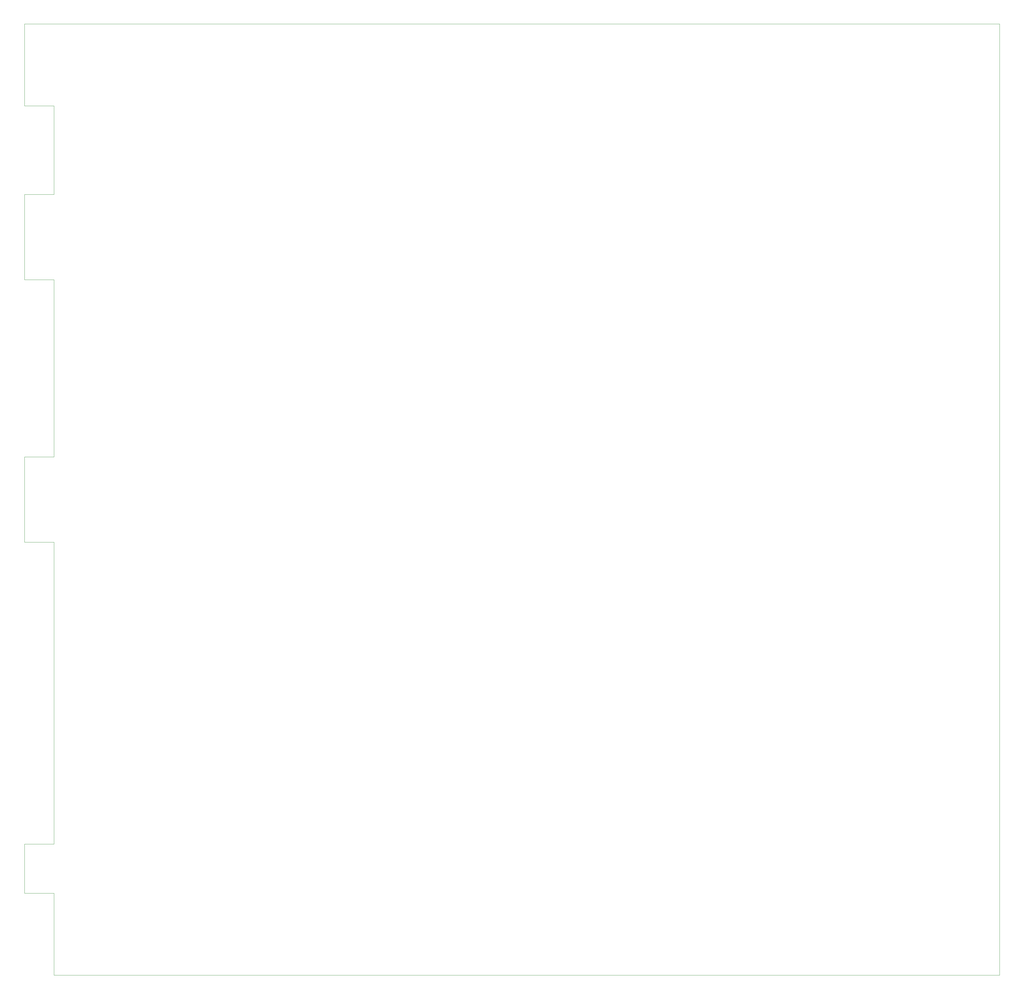
<source format=gbr>
%TF.GenerationSoftware,KiCad,Pcbnew,8.0.2-1*%
%TF.CreationDate,2025-03-11T19:07:40-04:00*%
%TF.ProjectId,OddLayers_1.3mm_SiPM,4f64644c-6179-4657-9273-5f312e336d6d,rev?*%
%TF.SameCoordinates,Original*%
%TF.FileFunction,Profile,NP*%
%FSLAX46Y46*%
G04 Gerber Fmt 4.6, Leading zero omitted, Abs format (unit mm)*
G04 Created by KiCad (PCBNEW 8.0.2-1) date 2025-03-11 19:07:40*
%MOMM*%
%LPD*%
G01*
G04 APERTURE LIST*
%TA.AperFunction,Profile*%
%ADD10C,0.050000*%
%TD*%
G04 APERTURE END LIST*
D10*
X64000000Y-113000000D02*
X55000000Y-113000000D01*
X55000000Y-87000000D02*
X55000000Y-113000000D01*
X55000000Y-285000000D02*
X64000000Y-285000000D01*
X64000000Y-325000000D02*
X64000000Y-300000000D01*
X64000000Y-285000000D02*
X64000000Y-193000000D01*
X55000000Y-300000000D02*
X55000000Y-285000000D01*
X64000000Y-87000000D02*
X64000000Y-60000000D01*
X55000000Y-167000000D02*
X64000000Y-167000000D01*
X55000000Y-60000000D02*
X64000000Y-60000000D01*
X55000000Y-35000000D02*
X352000000Y-35000000D01*
X55000000Y-193000000D02*
X55000000Y-167000000D01*
X64000000Y-193000000D02*
X55000000Y-193000000D01*
X55000000Y-87000000D02*
X64000000Y-87000000D01*
X55000000Y-35000000D02*
X55000000Y-60000000D01*
X352000000Y-35000000D02*
X352000000Y-325000000D01*
X64000000Y-167000000D02*
X64000000Y-113000000D01*
X352000000Y-325000000D02*
X64000000Y-325000000D01*
X64000000Y-300000000D02*
X55000000Y-300000000D01*
M02*

</source>
